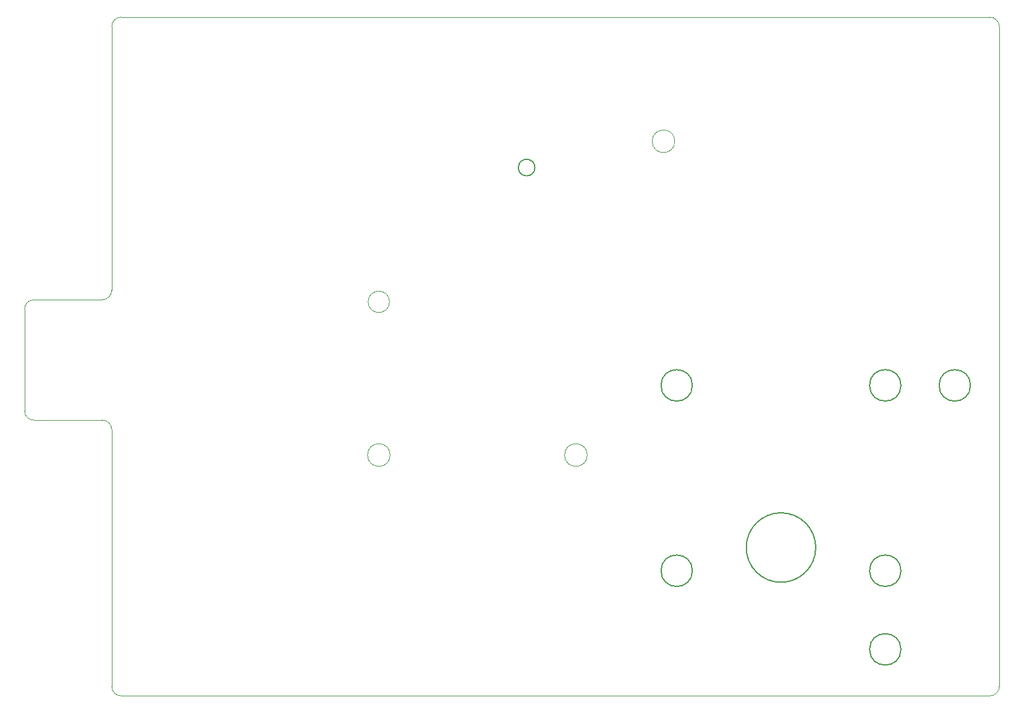
<source format=gbr>
%TF.GenerationSoftware,KiCad,Pcbnew,(5.1.9)-1*%
%TF.CreationDate,2022-08-07T13:29:13-06:00*%
%TF.ProjectId,ECS Panel PCB V2,45435320-5061-46e6-956c-205043422056,rev?*%
%TF.SameCoordinates,Original*%
%TF.FileFunction,Profile,NP*%
%FSLAX46Y46*%
G04 Gerber Fmt 4.6, Leading zero omitted, Abs format (unit mm)*
G04 Created by KiCad (PCBNEW (5.1.9)-1) date 2022-08-07 13:29:13*
%MOMM*%
%LPD*%
G01*
G04 APERTURE LIST*
%TA.AperFunction,Profile*%
%ADD10C,0.200000*%
%TD*%
%TA.AperFunction,Profile*%
%ADD11C,0.050000*%
%TD*%
G04 APERTURE END LIST*
D10*
X91384390Y-87604531D02*
G75*
G03*
X91384390Y-87604531I-1134489J0D01*
G01*
D11*
X110550000Y-84000000D02*
G75*
G03*
X110550000Y-84000000I-1550000J0D01*
G01*
X71463754Y-106000000D02*
G75*
G03*
X71463754Y-106000000I-1463754J0D01*
G01*
X71550000Y-127000000D02*
G75*
G03*
X71550000Y-127000000I-1550000J0D01*
G01*
X98550000Y-127000000D02*
G75*
G03*
X98550000Y-127000000I-1550000J0D01*
G01*
X33401000Y-68300600D02*
G75*
G02*
X34671000Y-66979800I1295400J25400D01*
G01*
X153695400Y-67005200D02*
G75*
G02*
X155016200Y-68275200I25400J-1295400D01*
G01*
X155016200Y-158673800D02*
G75*
G02*
X153746200Y-159994600I-1295400J-25400D01*
G01*
X34721800Y-159994600D02*
G75*
G02*
X33401000Y-158724600I-25400J1295400D01*
G01*
X33400000Y-104394000D02*
G75*
G02*
X32130000Y-105714800I-1295400J-25400D01*
G01*
X21463000Y-107035600D02*
G75*
G02*
X22733000Y-105714800I1295400J25400D01*
G01*
X22783800Y-122224800D02*
G75*
G02*
X21463000Y-120954800I-25400J1295400D01*
G01*
X32079200Y-122199400D02*
G75*
G02*
X33400000Y-123469400I25400J-1295400D01*
G01*
X34721800Y-159994600D02*
X153746200Y-159994600D01*
X33400000Y-123469400D02*
X33401000Y-158724600D01*
X22783800Y-122224800D02*
X32079200Y-122199400D01*
X21463000Y-107035600D02*
X21463000Y-120954800D01*
X32130000Y-105714800D02*
X22733000Y-105714800D01*
X33401000Y-68300600D02*
X33400000Y-104394000D01*
X153695400Y-67005200D02*
X34671000Y-66979800D01*
X155016200Y-158673800D02*
X155016200Y-68275200D01*
D10*
X129857500Y-139674600D02*
G75*
G03*
X129857500Y-139674600I-4762500J0D01*
G01*
X151060150Y-117449600D02*
G75*
G03*
X151060150Y-117449600I-2152650J0D01*
G01*
X141535150Y-153628428D02*
G75*
G03*
X141535150Y-153628428I-2152650J0D01*
G01*
X141535150Y-142849600D02*
G75*
G03*
X141535150Y-142849600I-2152650J0D01*
G01*
X141535150Y-117449600D02*
G75*
G03*
X141535150Y-117449600I-2152650J0D01*
G01*
X112960149Y-142849600D02*
G75*
G03*
X112960149Y-142849600I-2152649J0D01*
G01*
X112960149Y-117449600D02*
G75*
G03*
X112960149Y-117449600I-2152649J0D01*
G01*
M02*

</source>
